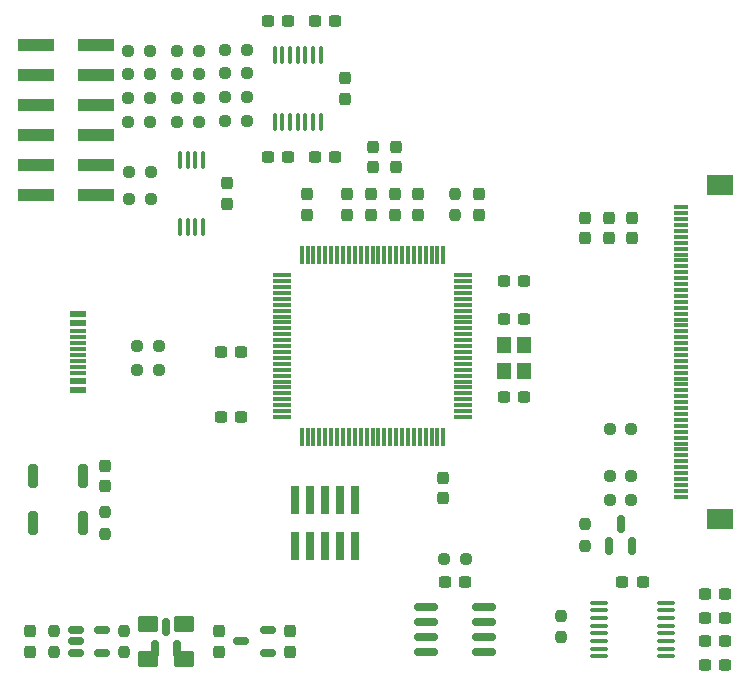
<source format=gbr>
%TF.GenerationSoftware,KiCad,Pcbnew,7.0.6*%
%TF.CreationDate,2023-07-20T20:34:57+02:00*%
%TF.ProjectId,black_scope,626c6163-6b5f-4736-936f-70652e6b6963,rev?*%
%TF.SameCoordinates,Original*%
%TF.FileFunction,Paste,Top*%
%TF.FilePolarity,Positive*%
%FSLAX46Y46*%
G04 Gerber Fmt 4.6, Leading zero omitted, Abs format (unit mm)*
G04 Created by KiCad (PCBNEW 7.0.6) date 2023-07-20 20:34:57*
%MOMM*%
%LPD*%
G01*
G04 APERTURE LIST*
G04 Aperture macros list*
%AMRoundRect*
0 Rectangle with rounded corners*
0 $1 Rounding radius*
0 $2 $3 $4 $5 $6 $7 $8 $9 X,Y pos of 4 corners*
0 Add a 4 corners polygon primitive as box body*
4,1,4,$2,$3,$4,$5,$6,$7,$8,$9,$2,$3,0*
0 Add four circle primitives for the rounded corners*
1,1,$1+$1,$2,$3*
1,1,$1+$1,$4,$5*
1,1,$1+$1,$6,$7*
1,1,$1+$1,$8,$9*
0 Add four rect primitives between the rounded corners*
20,1,$1+$1,$2,$3,$4,$5,0*
20,1,$1+$1,$4,$5,$6,$7,0*
20,1,$1+$1,$6,$7,$8,$9,0*
20,1,$1+$1,$8,$9,$2,$3,0*%
G04 Aperture macros list end*
%ADD10R,3.150000X1.000000*%
%ADD11RoundRect,0.237500X-0.300000X-0.237500X0.300000X-0.237500X0.300000X0.237500X-0.300000X0.237500X0*%
%ADD12RoundRect,0.150000X0.150000X-0.587500X0.150000X0.587500X-0.150000X0.587500X-0.150000X-0.587500X0*%
%ADD13RoundRect,0.237500X0.300000X0.237500X-0.300000X0.237500X-0.300000X-0.237500X0.300000X-0.237500X0*%
%ADD14RoundRect,0.200000X0.200000X0.800000X-0.200000X0.800000X-0.200000X-0.800000X0.200000X-0.800000X0*%
%ADD15RoundRect,0.237500X0.237500X-0.250000X0.237500X0.250000X-0.237500X0.250000X-0.237500X-0.250000X0*%
%ADD16RoundRect,0.237500X-0.237500X0.250000X-0.237500X-0.250000X0.237500X-0.250000X0.237500X0.250000X0*%
%ADD17RoundRect,0.237500X0.237500X-0.300000X0.237500X0.300000X-0.237500X0.300000X-0.237500X-0.300000X0*%
%ADD18RoundRect,0.237500X0.250000X0.237500X-0.250000X0.237500X-0.250000X-0.237500X0.250000X-0.237500X0*%
%ADD19RoundRect,0.237500X-0.237500X0.287500X-0.237500X-0.287500X0.237500X-0.287500X0.237500X0.287500X0*%
%ADD20RoundRect,0.250001X-0.624999X0.462499X-0.624999X-0.462499X0.624999X-0.462499X0.624999X0.462499X0*%
%ADD21R,1.300000X0.300000*%
%ADD22R,2.200000X1.800000*%
%ADD23RoundRect,0.150000X0.512500X0.150000X-0.512500X0.150000X-0.512500X-0.150000X0.512500X-0.150000X0*%
%ADD24RoundRect,0.237500X-0.250000X-0.237500X0.250000X-0.237500X0.250000X0.237500X-0.250000X0.237500X0*%
%ADD25RoundRect,0.237500X-0.237500X0.300000X-0.237500X-0.300000X0.237500X-0.300000X0.237500X0.300000X0*%
%ADD26RoundRect,0.075000X0.725000X0.075000X-0.725000X0.075000X-0.725000X-0.075000X0.725000X-0.075000X0*%
%ADD27RoundRect,0.075000X0.075000X0.725000X-0.075000X0.725000X-0.075000X-0.725000X0.075000X-0.725000X0*%
%ADD28RoundRect,0.150000X-0.512500X-0.150000X0.512500X-0.150000X0.512500X0.150000X-0.512500X0.150000X0*%
%ADD29RoundRect,0.200000X-0.200000X-0.800000X0.200000X-0.800000X0.200000X0.800000X-0.200000X0.800000X0*%
%ADD30R,1.450000X0.600000*%
%ADD31R,1.450000X0.300000*%
%ADD32RoundRect,0.100000X0.100000X-0.637500X0.100000X0.637500X-0.100000X0.637500X-0.100000X-0.637500X0*%
%ADD33R,0.740000X2.400000*%
%ADD34R,1.200000X1.400000*%
%ADD35RoundRect,0.100000X0.637500X0.100000X-0.637500X0.100000X-0.637500X-0.100000X0.637500X-0.100000X0*%
%ADD36RoundRect,0.150000X-0.825000X-0.150000X0.825000X-0.150000X0.825000X0.150000X-0.825000X0.150000X0*%
G04 APERTURE END LIST*
D10*
%TO.C,J2*%
X106600000Y-89200000D03*
X101550000Y-89200000D03*
X106600000Y-86660000D03*
X101550000Y-86660000D03*
X106600000Y-84120000D03*
X101550000Y-84120000D03*
X106600000Y-81580000D03*
X101550000Y-81580000D03*
X106600000Y-79040000D03*
X101550000Y-79040000D03*
X106600000Y-76500000D03*
X101550000Y-76500000D03*
%TD*%
D11*
%TO.C,C30*%
X158137500Y-129000000D03*
X159862500Y-129000000D03*
%TD*%
%TO.C,C29*%
X158137500Y-127000000D03*
X159862500Y-127000000D03*
%TD*%
%TO.C,C28*%
X158137500Y-125000000D03*
X159862500Y-125000000D03*
%TD*%
%TO.C,C27*%
X158137500Y-123000000D03*
X159862500Y-123000000D03*
%TD*%
D12*
%TO.C,D4*%
X111550000Y-127625000D03*
X113450000Y-127625000D03*
X112500000Y-125750000D03*
%TD*%
D13*
%TO.C,C26*%
X122862500Y-74500000D03*
X121137500Y-74500000D03*
%TD*%
D14*
%TO.C,SW2*%
X105460000Y-117000000D03*
X101260000Y-117000000D03*
%TD*%
D15*
%TO.C,R3*%
X109000000Y-127912500D03*
X109000000Y-126087500D03*
%TD*%
D16*
%TO.C,R4*%
X103000000Y-126087500D03*
X103000000Y-127912500D03*
%TD*%
D17*
%TO.C,C7*%
X130000000Y-86862500D03*
X130000000Y-85137500D03*
%TD*%
D11*
%TO.C,C9*%
X141137500Y-96510000D03*
X142862500Y-96510000D03*
%TD*%
D15*
%TO.C,R2*%
X107360000Y-117912500D03*
X107360000Y-116087500D03*
%TD*%
D18*
%TO.C,R17*%
X115277776Y-77000000D03*
X113452776Y-77000000D03*
%TD*%
%TO.C,R12*%
X119332500Y-82912500D03*
X117507500Y-82912500D03*
%TD*%
D19*
%TO.C,L1*%
X132000000Y-85125000D03*
X132000000Y-86875000D03*
%TD*%
D20*
%TO.C,D1*%
X111000000Y-125512500D03*
X111000000Y-128487500D03*
%TD*%
D17*
%TO.C,C10*%
X124490000Y-90862500D03*
X124490000Y-89137500D03*
%TD*%
D13*
%TO.C,C12*%
X118862500Y-108000000D03*
X117137500Y-108000000D03*
%TD*%
D11*
%TO.C,C2*%
X141137500Y-99730000D03*
X142862500Y-99730000D03*
%TD*%
D21*
%TO.C,U6*%
X156150000Y-114750000D03*
X156150000Y-114250000D03*
X156150000Y-113750000D03*
X156150000Y-113250000D03*
X156150000Y-112750000D03*
X156150000Y-112250000D03*
X156150000Y-111750000D03*
X156150000Y-111250000D03*
X156150000Y-110750000D03*
X156150000Y-110250000D03*
X156150000Y-109750000D03*
X156150000Y-109250000D03*
X156150000Y-108750000D03*
X156150000Y-108250000D03*
X156150000Y-107750000D03*
X156150000Y-107250000D03*
X156150000Y-106750000D03*
X156150000Y-106250000D03*
X156150000Y-105750000D03*
X156150000Y-105250000D03*
X156150000Y-104750000D03*
X156150000Y-104250000D03*
X156150000Y-103750000D03*
X156150000Y-103250000D03*
X156150000Y-102750000D03*
X156150000Y-102250000D03*
X156150000Y-101750000D03*
X156150000Y-101250000D03*
X156150000Y-100750000D03*
X156150000Y-100250000D03*
X156150000Y-99750000D03*
X156150000Y-99250000D03*
X156150000Y-98750000D03*
X156150000Y-98250000D03*
X156150000Y-97750000D03*
X156150000Y-97250000D03*
X156150000Y-96750000D03*
X156150000Y-96250000D03*
X156150000Y-95750000D03*
X156150000Y-95250000D03*
X156150000Y-94750000D03*
X156150000Y-94250000D03*
X156150000Y-93750000D03*
X156150000Y-93250000D03*
X156150000Y-92750000D03*
X156150000Y-92250000D03*
X156150000Y-91750000D03*
X156150000Y-91250000D03*
X156150000Y-90750000D03*
X156150000Y-90250000D03*
D22*
X159400000Y-116650000D03*
X159400000Y-88350000D03*
%TD*%
D18*
%TO.C,R18*%
X119332500Y-76912500D03*
X117507500Y-76912500D03*
%TD*%
D16*
%TO.C,R25*%
X137000000Y-89087500D03*
X137000000Y-90912500D03*
%TD*%
D19*
%TO.C,L2*%
X131862500Y-89125000D03*
X131862500Y-90875000D03*
%TD*%
D23*
%TO.C,U2*%
X121137500Y-127950000D03*
X121137500Y-126050000D03*
X118862500Y-127000000D03*
%TD*%
D17*
%TO.C,C1*%
X107360000Y-113862500D03*
X107360000Y-112137500D03*
%TD*%
D19*
%TO.C,D2*%
X101000000Y-126125000D03*
X101000000Y-127875000D03*
%TD*%
D17*
%TO.C,C18*%
X127660000Y-81062500D03*
X127660000Y-79337500D03*
%TD*%
D24*
%TO.C,R6*%
X109310000Y-81000000D03*
X111135000Y-81000000D03*
%TD*%
D25*
%TO.C,C16*%
X117682500Y-88212500D03*
X117682500Y-89937500D03*
%TD*%
D18*
%TO.C,R20*%
X151912500Y-115000000D03*
X150087500Y-115000000D03*
%TD*%
D17*
%TO.C,C20*%
X152000000Y-92862500D03*
X152000000Y-91137500D03*
%TD*%
D18*
%TO.C,R23*%
X137912500Y-120000000D03*
X136087500Y-120000000D03*
%TD*%
D16*
%TO.C,R26*%
X146000000Y-124832776D03*
X146000000Y-126657776D03*
%TD*%
D24*
%TO.C,R8*%
X109310000Y-77000000D03*
X111135000Y-77000000D03*
%TD*%
D17*
%TO.C,C19*%
X148000000Y-92862500D03*
X148000000Y-91137500D03*
%TD*%
D26*
%TO.C,U3*%
X137675000Y-108000000D03*
X137675000Y-107500000D03*
X137675000Y-107000000D03*
X137675000Y-106500000D03*
X137675000Y-106000000D03*
X137675000Y-105500000D03*
X137675000Y-105000000D03*
X137675000Y-104500000D03*
X137675000Y-104000000D03*
X137675000Y-103500000D03*
X137675000Y-103000000D03*
X137675000Y-102500000D03*
X137675000Y-102000000D03*
X137675000Y-101500000D03*
X137675000Y-101000000D03*
X137675000Y-100500000D03*
X137675000Y-100000000D03*
X137675000Y-99500000D03*
X137675000Y-99000000D03*
X137675000Y-98500000D03*
X137675000Y-98000000D03*
X137675000Y-97500000D03*
X137675000Y-97000000D03*
X137675000Y-96500000D03*
X137675000Y-96000000D03*
D27*
X136000000Y-94325000D03*
X135500000Y-94325000D03*
X135000000Y-94325000D03*
X134500000Y-94325000D03*
X134000000Y-94325000D03*
X133500000Y-94325000D03*
X133000000Y-94325000D03*
X132500000Y-94325000D03*
X132000000Y-94325000D03*
X131500000Y-94325000D03*
X131000000Y-94325000D03*
X130500000Y-94325000D03*
X130000000Y-94325000D03*
X129500000Y-94325000D03*
X129000000Y-94325000D03*
X128500000Y-94325000D03*
X128000000Y-94325000D03*
X127500000Y-94325000D03*
X127000000Y-94325000D03*
X126500000Y-94325000D03*
X126000000Y-94325000D03*
X125500000Y-94325000D03*
X125000000Y-94325000D03*
X124500000Y-94325000D03*
X124000000Y-94325000D03*
D26*
X122325000Y-96000000D03*
X122325000Y-96500000D03*
X122325000Y-97000000D03*
X122325000Y-97500000D03*
X122325000Y-98000000D03*
X122325000Y-98500000D03*
X122325000Y-99000000D03*
X122325000Y-99500000D03*
X122325000Y-100000000D03*
X122325000Y-100500000D03*
X122325000Y-101000000D03*
X122325000Y-101500000D03*
X122325000Y-102000000D03*
X122325000Y-102500000D03*
X122325000Y-103000000D03*
X122325000Y-103500000D03*
X122325000Y-104000000D03*
X122325000Y-104500000D03*
X122325000Y-105000000D03*
X122325000Y-105500000D03*
X122325000Y-106000000D03*
X122325000Y-106500000D03*
X122325000Y-107000000D03*
X122325000Y-107500000D03*
X122325000Y-108000000D03*
D27*
X124000000Y-109675000D03*
X124500000Y-109675000D03*
X125000000Y-109675000D03*
X125500000Y-109675000D03*
X126000000Y-109675000D03*
X126500000Y-109675000D03*
X127000000Y-109675000D03*
X127500000Y-109675000D03*
X128000000Y-109675000D03*
X128500000Y-109675000D03*
X129000000Y-109675000D03*
X129500000Y-109675000D03*
X130000000Y-109675000D03*
X130500000Y-109675000D03*
X131000000Y-109675000D03*
X131500000Y-109675000D03*
X132000000Y-109675000D03*
X132500000Y-109675000D03*
X133000000Y-109675000D03*
X133500000Y-109675000D03*
X134000000Y-109675000D03*
X134500000Y-109675000D03*
X135000000Y-109675000D03*
X135500000Y-109675000D03*
X136000000Y-109675000D03*
%TD*%
D28*
%TO.C,U1*%
X104862500Y-126050000D03*
X104862500Y-127000000D03*
X104862500Y-127950000D03*
X107137500Y-127950000D03*
X107137500Y-126050000D03*
%TD*%
D17*
%TO.C,C13*%
X127862500Y-90862500D03*
X127862500Y-89137500D03*
%TD*%
D11*
%TO.C,C15*%
X151137500Y-122000000D03*
X152862500Y-122000000D03*
%TD*%
D13*
%TO.C,C3*%
X142862500Y-106270000D03*
X141137500Y-106270000D03*
%TD*%
D25*
%TO.C,C5*%
X136000000Y-113137500D03*
X136000000Y-114862500D03*
%TD*%
D11*
%TO.C,C25*%
X125137500Y-74500000D03*
X126862500Y-74500000D03*
%TD*%
D24*
%TO.C,R1*%
X110087500Y-104000000D03*
X111912500Y-104000000D03*
%TD*%
D15*
%TO.C,R22*%
X148000000Y-118912500D03*
X148000000Y-117087500D03*
%TD*%
D24*
%TO.C,R5*%
X109310000Y-83000000D03*
X111135000Y-83000000D03*
%TD*%
D29*
%TO.C,SW1*%
X101260000Y-113000000D03*
X105460000Y-113000000D03*
%TD*%
D17*
%TO.C,C22*%
X139000000Y-90862500D03*
X139000000Y-89137500D03*
%TD*%
%TO.C,C21*%
X150000000Y-92862500D03*
X150000000Y-91137500D03*
%TD*%
%TO.C,C14*%
X129862500Y-90862500D03*
X129862500Y-89137500D03*
%TD*%
D18*
%TO.C,R13*%
X115277776Y-81000000D03*
X113452776Y-81000000D03*
%TD*%
D24*
%TO.C,R10*%
X109420000Y-87270000D03*
X111245000Y-87270000D03*
%TD*%
D30*
%TO.C,P1*%
X105045000Y-99250000D03*
X105045000Y-100050000D03*
D31*
X105045000Y-101250000D03*
X105045000Y-102250000D03*
X105045000Y-102750000D03*
X105045000Y-103750000D03*
D30*
X105045000Y-104950000D03*
X105045000Y-105750000D03*
X105045000Y-105750000D03*
X105045000Y-104950000D03*
D31*
X105045000Y-104250000D03*
X105045000Y-103250000D03*
X105045000Y-101750000D03*
X105045000Y-100750000D03*
D30*
X105045000Y-100050000D03*
X105045000Y-99250000D03*
%TD*%
D32*
%TO.C,U4*%
X113707500Y-91937500D03*
X114357500Y-91937500D03*
X115007500Y-91937500D03*
X115657500Y-91937500D03*
X115657500Y-86212500D03*
X115007500Y-86212500D03*
X114357500Y-86212500D03*
X113707500Y-86212500D03*
%TD*%
D13*
%TO.C,C17*%
X137862500Y-122000000D03*
X136137500Y-122000000D03*
%TD*%
D18*
%TO.C,R11*%
X115277776Y-83000000D03*
X113452776Y-83000000D03*
%TD*%
D33*
%TO.C,J1*%
X123460000Y-118950000D03*
X123460000Y-115050000D03*
X124730000Y-118950000D03*
X124730000Y-115050000D03*
X126000000Y-118950000D03*
X126000000Y-115050000D03*
X127270000Y-118950000D03*
X127270000Y-115050000D03*
X128540000Y-118950000D03*
X128540000Y-115050000D03*
%TD*%
D24*
%TO.C,R7*%
X109310000Y-79000000D03*
X111135000Y-79000000D03*
%TD*%
D18*
%TO.C,R16*%
X119332500Y-78912500D03*
X117507500Y-78912500D03*
%TD*%
D34*
%TO.C,Y1*%
X141150000Y-101900000D03*
X141150000Y-104100000D03*
X142850000Y-104100000D03*
X142850000Y-101900000D03*
%TD*%
D13*
%TO.C,C11*%
X118862500Y-102510000D03*
X117137500Y-102510000D03*
%TD*%
D25*
%TO.C,C4*%
X117000000Y-126137500D03*
X117000000Y-127862500D03*
%TD*%
D32*
%TO.C,U8*%
X121710000Y-83062500D03*
X122360000Y-83062500D03*
X123010000Y-83062500D03*
X123660000Y-83062500D03*
X124310000Y-83062500D03*
X124960000Y-83062500D03*
X125610000Y-83062500D03*
X125610000Y-77337500D03*
X124960000Y-77337500D03*
X124310000Y-77337500D03*
X123660000Y-77337500D03*
X123010000Y-77337500D03*
X122360000Y-77337500D03*
X121710000Y-77337500D03*
%TD*%
D20*
%TO.C,D3*%
X114000000Y-125512500D03*
X114000000Y-128487500D03*
%TD*%
D13*
%TO.C,C23*%
X122862500Y-86000000D03*
X121137500Y-86000000D03*
%TD*%
D35*
%TO.C,U5*%
X154862500Y-128275000D03*
X154862500Y-127625000D03*
X154862500Y-126975000D03*
X154862500Y-126325000D03*
X154862500Y-125675000D03*
X154862500Y-125025000D03*
X154862500Y-124375000D03*
X154862500Y-123725000D03*
X149137500Y-123725000D03*
X149137500Y-124375000D03*
X149137500Y-125025000D03*
X149137500Y-125675000D03*
X149137500Y-126325000D03*
X149137500Y-126975000D03*
X149137500Y-127625000D03*
X149137500Y-128275000D03*
%TD*%
D18*
%TO.C,R15*%
X115277776Y-79000000D03*
X113452776Y-79000000D03*
%TD*%
D24*
%TO.C,R19*%
X110087500Y-102000000D03*
X111912500Y-102000000D03*
%TD*%
D18*
%TO.C,R14*%
X119332500Y-80912500D03*
X117507500Y-80912500D03*
%TD*%
D36*
%TO.C,U7*%
X134525000Y-124095000D03*
X134525000Y-125365000D03*
X134525000Y-126635000D03*
X134525000Y-127905000D03*
X139475000Y-127905000D03*
X139475000Y-126635000D03*
X139475000Y-125365000D03*
X139475000Y-124095000D03*
%TD*%
D12*
%TO.C,Q3*%
X150050000Y-118937500D03*
X151950000Y-118937500D03*
X151000000Y-117062500D03*
%TD*%
D18*
%TO.C,R24*%
X151912500Y-109000000D03*
X150087500Y-109000000D03*
%TD*%
D24*
%TO.C,R9*%
X109420000Y-89540000D03*
X111245000Y-89540000D03*
%TD*%
D25*
%TO.C,C6*%
X123000000Y-126137500D03*
X123000000Y-127862500D03*
%TD*%
D18*
%TO.C,R21*%
X151912500Y-113000000D03*
X150087500Y-113000000D03*
%TD*%
D17*
%TO.C,C8*%
X133862500Y-90862500D03*
X133862500Y-89137500D03*
%TD*%
D11*
%TO.C,C24*%
X125137500Y-86000000D03*
X126862500Y-86000000D03*
%TD*%
M02*

</source>
